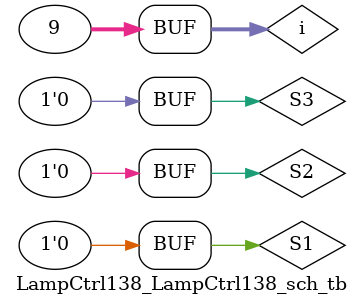
<source format=v>

`timescale 1ns / 1ps

`define auto_init

module LampCtrl138_LampCtrl138_sch_tb();

// Inputs
   reg S1;
   reg S3;
   reg S2;

// Output
   wire F;

// Bidirs

// Instantiate the UUT
   LampCtrl138 UUT (
		.S1(S1), 
		.S3(S3), 
		.S2(S2), 
		.F(F)
   );
// Initialize Inputs
   `ifdef auto_init
       integer i;
	initial begin
		for(i=0;i<=8;i=i+1)begin
			{S3,S2,S1} = i;
			#50;
		end
	end
   `endif
endmodule

</source>
